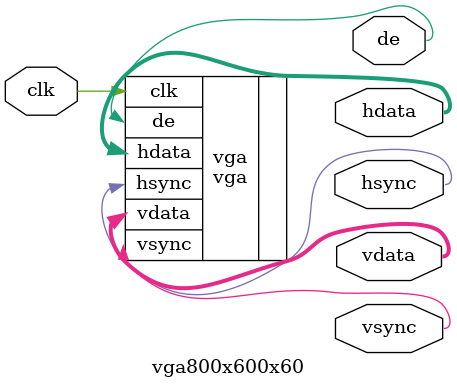
<source format=v>
`timescale 1ns / 100ps
module vga800x600x60
(
	input wire clk,
	output wire hsync,
	output wire vsync,
	output wire [11:0] hdata,
	output wire [11:0] vdata,
	output wire de
);
	 
	// Instantiate
	vga #(12, 800, 840, 968, 1056, 600, 601, 605, 628, 1, 1) vga (
		.clk(clk), 
		.hdata(hdata),
		.vdata(vdata),
		.hsync(hsync),
		.vsync(vsync),
		.de(de)
	);

endmodule

</source>
